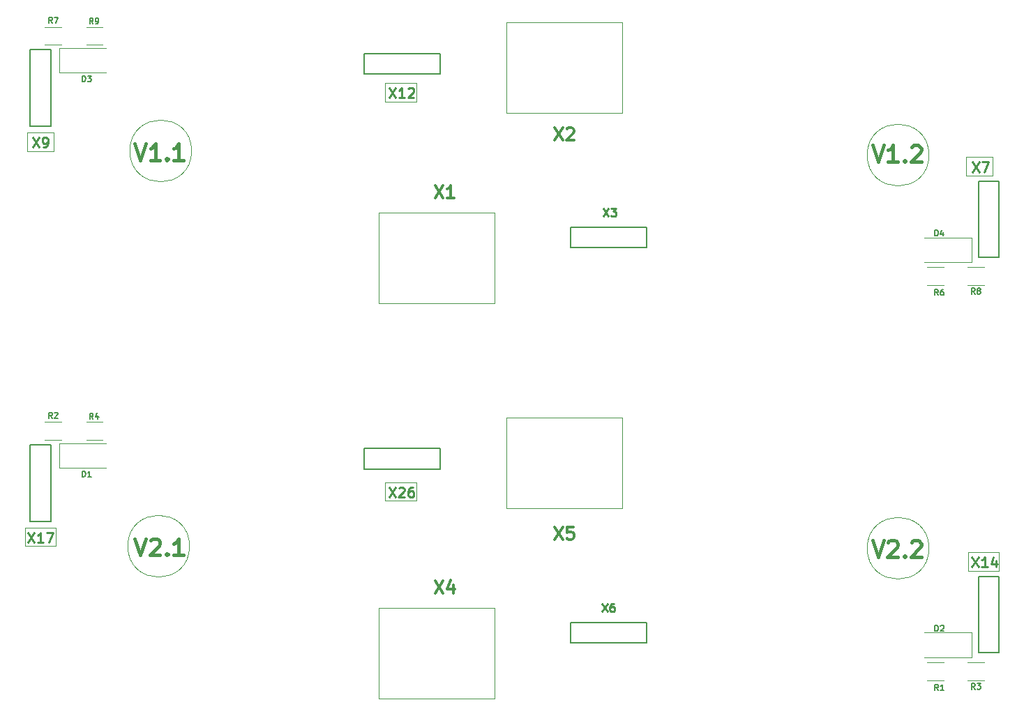
<source format=gbr>
G04 #@! TF.GenerationSoftware,KiCad,Pcbnew,(5.0.0)*
G04 #@! TF.CreationDate,2018-12-19T14:03:44+02:00*
G04 #@! TF.ProjectId,tp_x2_EKA,74705F78325F454B412E6B696361645F,3*
G04 #@! TF.SameCoordinates,Original*
G04 #@! TF.FileFunction,Legend,Top*
G04 #@! TF.FilePolarity,Positive*
%FSLAX46Y46*%
G04 Gerber Fmt 4.6, Leading zero omitted, Abs format (unit mm)*
G04 Created by KiCad (PCBNEW (5.0.0)) date 12/19/18 14:03:44*
%MOMM*%
%LPD*%
G01*
G04 APERTURE LIST*
%ADD10C,0.100000*%
%ADD11C,0.120000*%
%ADD12C,0.150000*%
%ADD13C,0.250000*%
%ADD14C,0.400000*%
%ADD15C,0.300000*%
G04 APERTURE END LIST*
D10*
X145000000Y-58250000D02*
X145000000Y-60500000D01*
X141250000Y-60500000D02*
X141250000Y-58250000D01*
X141250000Y-58250000D02*
X145000000Y-58250000D01*
X145000000Y-60500000D02*
X141250000Y-60500000D01*
X145000000Y-106750000D02*
X145000000Y-109000000D01*
X141250000Y-106750000D02*
X145000000Y-106750000D01*
X141250000Y-109000000D02*
X141250000Y-106750000D01*
X145000000Y-109000000D02*
X141250000Y-109000000D01*
X117500000Y-114500000D02*
G75*
G03X117500000Y-114500000I-3750000J0D01*
G01*
X207250000Y-114750000D02*
G75*
G03X207250000Y-114750000I-3750000J0D01*
G01*
X207250000Y-67000000D02*
G75*
G03X207250000Y-67000000I-3750000J0D01*
G01*
X117750000Y-66500000D02*
G75*
G03X117750000Y-66500000I-3750000J0D01*
G01*
X215750000Y-115250000D02*
X215750000Y-117500000D01*
X212000000Y-115250000D02*
X215750000Y-115250000D01*
X212000000Y-117500000D02*
X212000000Y-115250000D01*
X215750000Y-117500000D02*
X212000000Y-117500000D01*
X211750000Y-69500000D02*
X211750000Y-67250000D01*
X215000000Y-67250000D02*
X215000000Y-69500000D01*
X215000000Y-69500000D02*
X211750000Y-69500000D01*
X211750000Y-67250000D02*
X215000000Y-67250000D01*
X97500000Y-114500000D02*
X97500000Y-112250000D01*
X101250000Y-112250000D02*
X101250000Y-114500000D01*
X101250000Y-114500000D02*
X97500000Y-114500000D01*
X97500000Y-112250000D02*
X101250000Y-112250000D01*
X97750000Y-66500000D02*
X97750000Y-64250000D01*
X101000000Y-66500000D02*
X97750000Y-66500000D01*
X101000000Y-64250000D02*
X101000000Y-66500000D01*
X97750000Y-64250000D02*
X101000000Y-64250000D01*
D11*
G04 #@! TO.C,D2*
X212400000Y-125000000D02*
X206700000Y-125000000D01*
X212400000Y-128000000D02*
X212400000Y-125000000D01*
X206700000Y-128000000D02*
X212400000Y-128000000D01*
D12*
G04 #@! TO.C,X14*
X213250000Y-127400000D02*
X213250000Y-118150000D01*
X213250000Y-118150000D02*
X215750000Y-118150000D01*
X215750000Y-118150000D02*
X215750000Y-127400000D01*
X215750000Y-127400000D02*
X213250000Y-127400000D01*
G04 #@! TO.C,X26*
X138700000Y-105150000D02*
X138700000Y-102650000D01*
X147950000Y-105150000D02*
X138700000Y-105150000D01*
X147950000Y-102650000D02*
X147950000Y-105150000D01*
X138700000Y-102650000D02*
X147950000Y-102650000D01*
G04 #@! TO.C,X6*
X173000000Y-123750000D02*
X173000000Y-126250000D01*
X163750000Y-123750000D02*
X173000000Y-123750000D01*
X163750000Y-126250000D02*
X163750000Y-123750000D01*
X173000000Y-126250000D02*
X163750000Y-126250000D01*
G04 #@! TO.C,X17*
X100650000Y-111460000D02*
X98150000Y-111460000D01*
X100650000Y-102210000D02*
X100650000Y-111460000D01*
X98150000Y-102210000D02*
X100650000Y-102210000D01*
X98150000Y-111460000D02*
X98150000Y-102210000D01*
D11*
G04 #@! TO.C,R1*
X207050000Y-128630000D02*
X209050000Y-128630000D01*
X209050000Y-130770000D02*
X207050000Y-130770000D01*
D10*
G04 #@! TO.C,X5*
X156000000Y-109900000D02*
X156000000Y-98900000D01*
X170000000Y-109900000D02*
X156000000Y-109900000D01*
X170000000Y-98900000D02*
X170000000Y-109900000D01*
X156000000Y-98900000D02*
X170000000Y-98900000D01*
G04 #@! TO.C,X4*
X140500000Y-122000000D02*
X154500000Y-122000000D01*
X154500000Y-122000000D02*
X154500000Y-133000000D01*
X154500000Y-133000000D02*
X140500000Y-133000000D01*
X140500000Y-133000000D02*
X140500000Y-122000000D01*
D11*
G04 #@! TO.C,R4*
X104950000Y-99430000D02*
X106950000Y-99430000D01*
X106950000Y-101570000D02*
X104950000Y-101570000D01*
G04 #@! TO.C,D1*
X107400000Y-102000000D02*
X101700000Y-102000000D01*
X101700000Y-102000000D02*
X101700000Y-105000000D01*
X101700000Y-105000000D02*
X107400000Y-105000000D01*
G04 #@! TO.C,R2*
X101950000Y-101570000D02*
X99950000Y-101570000D01*
X99950000Y-99430000D02*
X101950000Y-99430000D01*
G04 #@! TO.C,R3*
X213950000Y-130770000D02*
X211950000Y-130770000D01*
X211950000Y-128630000D02*
X213950000Y-128630000D01*
D12*
G04 #@! TO.C,X3*
X173000000Y-78250000D02*
X163750000Y-78250000D01*
X163750000Y-78250000D02*
X163750000Y-75750000D01*
X163750000Y-75750000D02*
X173000000Y-75750000D01*
X173000000Y-75750000D02*
X173000000Y-78250000D01*
D11*
G04 #@! TO.C,D4*
X206700000Y-80000000D02*
X212400000Y-80000000D01*
X212400000Y-80000000D02*
X212400000Y-77000000D01*
X212400000Y-77000000D02*
X206700000Y-77000000D01*
D12*
G04 #@! TO.C,X7*
X215750000Y-79400000D02*
X213250000Y-79400000D01*
X215750000Y-70150000D02*
X215750000Y-79400000D01*
X213250000Y-70150000D02*
X215750000Y-70150000D01*
X213250000Y-79400000D02*
X213250000Y-70150000D01*
G04 #@! TO.C,X12*
X138700000Y-54650000D02*
X147950000Y-54650000D01*
X147950000Y-54650000D02*
X147950000Y-57150000D01*
X147950000Y-57150000D02*
X138700000Y-57150000D01*
X138700000Y-57150000D02*
X138700000Y-54650000D01*
D11*
G04 #@! TO.C,D3*
X101700000Y-57000000D02*
X107400000Y-57000000D01*
X101700000Y-54000000D02*
X101700000Y-57000000D01*
X107400000Y-54000000D02*
X101700000Y-54000000D01*
G04 #@! TO.C,R6*
X209050000Y-82770000D02*
X207050000Y-82770000D01*
X207050000Y-80630000D02*
X209050000Y-80630000D01*
G04 #@! TO.C,R8*
X211950000Y-80630000D02*
X213950000Y-80630000D01*
X213950000Y-82770000D02*
X211950000Y-82770000D01*
G04 #@! TO.C,R7*
X99950000Y-51430000D02*
X101950000Y-51430000D01*
X101950000Y-53570000D02*
X99950000Y-53570000D01*
G04 #@! TO.C,R9*
X106950000Y-53570000D02*
X104950000Y-53570000D01*
X104950000Y-51430000D02*
X106950000Y-51430000D01*
D12*
G04 #@! TO.C,X9*
X98150000Y-63460000D02*
X98150000Y-54210000D01*
X98150000Y-54210000D02*
X100650000Y-54210000D01*
X100650000Y-54210000D02*
X100650000Y-63460000D01*
X100650000Y-63460000D02*
X98150000Y-63460000D01*
D10*
G04 #@! TO.C,X1*
X140500000Y-85000000D02*
X140500000Y-74000000D01*
X154500000Y-85000000D02*
X140500000Y-85000000D01*
X154500000Y-74000000D02*
X154500000Y-85000000D01*
X140500000Y-74000000D02*
X154500000Y-74000000D01*
G04 #@! TO.C,X2*
X156000000Y-50900000D02*
X170000000Y-50900000D01*
X170000000Y-50900000D02*
X170000000Y-61900000D01*
X170000000Y-61900000D02*
X156000000Y-61900000D01*
X156000000Y-61900000D02*
X156000000Y-50900000D01*
G04 #@! TO.C,D2*
D12*
X207983333Y-124816666D02*
X207983333Y-124116666D01*
X208150000Y-124116666D01*
X208250000Y-124150000D01*
X208316666Y-124216666D01*
X208350000Y-124283333D01*
X208383333Y-124416666D01*
X208383333Y-124516666D01*
X208350000Y-124650000D01*
X208316666Y-124716666D01*
X208250000Y-124783333D01*
X208150000Y-124816666D01*
X207983333Y-124816666D01*
X208650000Y-124183333D02*
X208683333Y-124150000D01*
X208750000Y-124116666D01*
X208916666Y-124116666D01*
X208983333Y-124150000D01*
X209016666Y-124183333D01*
X209050000Y-124250000D01*
X209050000Y-124316666D01*
X209016666Y-124416666D01*
X208616666Y-124816666D01*
X209050000Y-124816666D01*
G04 #@! TO.C,X14*
D13*
X212457142Y-115842857D02*
X213257142Y-117042857D01*
X213257142Y-115842857D02*
X212457142Y-117042857D01*
X214342857Y-117042857D02*
X213657142Y-117042857D01*
X214000000Y-117042857D02*
X214000000Y-115842857D01*
X213885714Y-116014285D01*
X213771428Y-116128571D01*
X213657142Y-116185714D01*
X215371428Y-116242857D02*
X215371428Y-117042857D01*
X215085714Y-115785714D02*
X214800000Y-116642857D01*
X215542857Y-116642857D01*
G04 #@! TO.C,X26*
X141697142Y-107342857D02*
X142497142Y-108542857D01*
X142497142Y-107342857D02*
X141697142Y-108542857D01*
X142897142Y-107457142D02*
X142954285Y-107400000D01*
X143068571Y-107342857D01*
X143354285Y-107342857D01*
X143468571Y-107400000D01*
X143525714Y-107457142D01*
X143582857Y-107571428D01*
X143582857Y-107685714D01*
X143525714Y-107857142D01*
X142840000Y-108542857D01*
X143582857Y-108542857D01*
X144611428Y-107342857D02*
X144382857Y-107342857D01*
X144268571Y-107400000D01*
X144211428Y-107457142D01*
X144097142Y-107628571D01*
X144040000Y-107857142D01*
X144040000Y-108314285D01*
X144097142Y-108428571D01*
X144154285Y-108485714D01*
X144268571Y-108542857D01*
X144497142Y-108542857D01*
X144611428Y-108485714D01*
X144668571Y-108428571D01*
X144725714Y-108314285D01*
X144725714Y-108028571D01*
X144668571Y-107914285D01*
X144611428Y-107857142D01*
X144497142Y-107800000D01*
X144268571Y-107800000D01*
X144154285Y-107857142D01*
X144097142Y-107914285D01*
X144040000Y-108028571D01*
G04 #@! TO.C,V2.1*
D14*
X110852380Y-113604761D02*
X111519047Y-115604761D01*
X112185714Y-113604761D01*
X112757142Y-113795238D02*
X112852380Y-113700000D01*
X113042857Y-113604761D01*
X113519047Y-113604761D01*
X113709523Y-113700000D01*
X113804761Y-113795238D01*
X113900000Y-113985714D01*
X113900000Y-114176190D01*
X113804761Y-114461904D01*
X112661904Y-115604761D01*
X113900000Y-115604761D01*
X114757142Y-115414285D02*
X114852380Y-115509523D01*
X114757142Y-115604761D01*
X114661904Y-115509523D01*
X114757142Y-115414285D01*
X114757142Y-115604761D01*
X116757142Y-115604761D02*
X115614285Y-115604761D01*
X116185714Y-115604761D02*
X116185714Y-113604761D01*
X115995238Y-113890476D01*
X115804761Y-114080952D01*
X115614285Y-114176190D01*
G04 #@! TO.C,V2.2*
X200395360Y-113813508D02*
X201062027Y-115813508D01*
X201728694Y-113813508D01*
X202300122Y-114003985D02*
X202395360Y-113908747D01*
X202585837Y-113813508D01*
X203062027Y-113813508D01*
X203252503Y-113908747D01*
X203347741Y-114003985D01*
X203442980Y-114194461D01*
X203442980Y-114384937D01*
X203347741Y-114670651D01*
X202204884Y-115813508D01*
X203442980Y-115813508D01*
X204300122Y-115623032D02*
X204395360Y-115718270D01*
X204300122Y-115813508D01*
X204204884Y-115718270D01*
X204300122Y-115623032D01*
X204300122Y-115813508D01*
X205157265Y-114003985D02*
X205252503Y-113908747D01*
X205442980Y-113813508D01*
X205919170Y-113813508D01*
X206109646Y-113908747D01*
X206204884Y-114003985D01*
X206300122Y-114194461D01*
X206300122Y-114384937D01*
X206204884Y-114670651D01*
X205062027Y-115813508D01*
X206300122Y-115813508D01*
G04 #@! TO.C,X6*
D13*
X167530476Y-121452380D02*
X168197142Y-122452380D01*
X168197142Y-121452380D02*
X167530476Y-122452380D01*
X169006666Y-121452380D02*
X168816190Y-121452380D01*
X168720952Y-121500000D01*
X168673333Y-121547619D01*
X168578095Y-121690476D01*
X168530476Y-121880952D01*
X168530476Y-122261904D01*
X168578095Y-122357142D01*
X168625714Y-122404761D01*
X168720952Y-122452380D01*
X168911428Y-122452380D01*
X169006666Y-122404761D01*
X169054285Y-122357142D01*
X169101904Y-122261904D01*
X169101904Y-122023809D01*
X169054285Y-121928571D01*
X169006666Y-121880952D01*
X168911428Y-121833333D01*
X168720952Y-121833333D01*
X168625714Y-121880952D01*
X168578095Y-121928571D01*
X168530476Y-122023809D01*
G04 #@! TO.C,X17*
X97857142Y-112842857D02*
X98657142Y-114042857D01*
X98657142Y-112842857D02*
X97857142Y-114042857D01*
X99742857Y-114042857D02*
X99057142Y-114042857D01*
X99400000Y-114042857D02*
X99400000Y-112842857D01*
X99285714Y-113014285D01*
X99171428Y-113128571D01*
X99057142Y-113185714D01*
X100142857Y-112842857D02*
X100942857Y-112842857D01*
X100428571Y-114042857D01*
G04 #@! TO.C,R1*
D12*
X208383333Y-132016666D02*
X208150000Y-131683333D01*
X207983333Y-132016666D02*
X207983333Y-131316666D01*
X208250000Y-131316666D01*
X208316666Y-131350000D01*
X208350000Y-131383333D01*
X208383333Y-131450000D01*
X208383333Y-131550000D01*
X208350000Y-131616666D01*
X208316666Y-131650000D01*
X208250000Y-131683333D01*
X207983333Y-131683333D01*
X209050000Y-132016666D02*
X208650000Y-132016666D01*
X208850000Y-132016666D02*
X208850000Y-131316666D01*
X208783333Y-131416666D01*
X208716666Y-131483333D01*
X208650000Y-131516666D01*
G04 #@! TO.C,X5*
D15*
X161785714Y-112178571D02*
X162785714Y-113678571D01*
X162785714Y-112178571D02*
X161785714Y-113678571D01*
X164071428Y-112178571D02*
X163357142Y-112178571D01*
X163285714Y-112892857D01*
X163357142Y-112821428D01*
X163500000Y-112750000D01*
X163857142Y-112750000D01*
X164000000Y-112821428D01*
X164071428Y-112892857D01*
X164142857Y-113035714D01*
X164142857Y-113392857D01*
X164071428Y-113535714D01*
X164000000Y-113607142D01*
X163857142Y-113678571D01*
X163500000Y-113678571D01*
X163357142Y-113607142D01*
X163285714Y-113535714D01*
G04 #@! TO.C,X4*
X147285714Y-118678571D02*
X148285714Y-120178571D01*
X148285714Y-118678571D02*
X147285714Y-120178571D01*
X149500000Y-119178571D02*
X149500000Y-120178571D01*
X149142857Y-118607142D02*
X148785714Y-119678571D01*
X149714285Y-119678571D01*
G04 #@! TO.C,R4*
D12*
X105783333Y-99066666D02*
X105550000Y-98733333D01*
X105383333Y-99066666D02*
X105383333Y-98366666D01*
X105650000Y-98366666D01*
X105716666Y-98400000D01*
X105750000Y-98433333D01*
X105783333Y-98500000D01*
X105783333Y-98600000D01*
X105750000Y-98666666D01*
X105716666Y-98700000D01*
X105650000Y-98733333D01*
X105383333Y-98733333D01*
X106383333Y-98600000D02*
X106383333Y-99066666D01*
X106216666Y-98333333D02*
X106050000Y-98833333D01*
X106483333Y-98833333D01*
G04 #@! TO.C,D1*
X104483333Y-106066666D02*
X104483333Y-105366666D01*
X104650000Y-105366666D01*
X104750000Y-105400000D01*
X104816666Y-105466666D01*
X104850000Y-105533333D01*
X104883333Y-105666666D01*
X104883333Y-105766666D01*
X104850000Y-105900000D01*
X104816666Y-105966666D01*
X104750000Y-106033333D01*
X104650000Y-106066666D01*
X104483333Y-106066666D01*
X105550000Y-106066666D02*
X105150000Y-106066666D01*
X105350000Y-106066666D02*
X105350000Y-105366666D01*
X105283333Y-105466666D01*
X105216666Y-105533333D01*
X105150000Y-105566666D01*
G04 #@! TO.C,R2*
X100833333Y-98966666D02*
X100600000Y-98633333D01*
X100433333Y-98966666D02*
X100433333Y-98266666D01*
X100700000Y-98266666D01*
X100766666Y-98300000D01*
X100800000Y-98333333D01*
X100833333Y-98400000D01*
X100833333Y-98500000D01*
X100800000Y-98566666D01*
X100766666Y-98600000D01*
X100700000Y-98633333D01*
X100433333Y-98633333D01*
X101100000Y-98333333D02*
X101133333Y-98300000D01*
X101200000Y-98266666D01*
X101366666Y-98266666D01*
X101433333Y-98300000D01*
X101466666Y-98333333D01*
X101500000Y-98400000D01*
X101500000Y-98466666D01*
X101466666Y-98566666D01*
X101066666Y-98966666D01*
X101500000Y-98966666D01*
G04 #@! TO.C,R3*
X212833333Y-131866666D02*
X212600000Y-131533333D01*
X212433333Y-131866666D02*
X212433333Y-131166666D01*
X212700000Y-131166666D01*
X212766666Y-131200000D01*
X212800000Y-131233333D01*
X212833333Y-131300000D01*
X212833333Y-131400000D01*
X212800000Y-131466666D01*
X212766666Y-131500000D01*
X212700000Y-131533333D01*
X212433333Y-131533333D01*
X213066666Y-131166666D02*
X213500000Y-131166666D01*
X213266666Y-131433333D01*
X213366666Y-131433333D01*
X213433333Y-131466666D01*
X213466666Y-131500000D01*
X213500000Y-131566666D01*
X213500000Y-131733333D01*
X213466666Y-131800000D01*
X213433333Y-131833333D01*
X213366666Y-131866666D01*
X213166666Y-131866666D01*
X213100000Y-131833333D01*
X213066666Y-131800000D01*
G04 #@! TO.C,X3*
D13*
X167690476Y-73452380D02*
X168357142Y-74452380D01*
X168357142Y-73452380D02*
X167690476Y-74452380D01*
X168642857Y-73452380D02*
X169261904Y-73452380D01*
X168928571Y-73833333D01*
X169071428Y-73833333D01*
X169166666Y-73880952D01*
X169214285Y-73928571D01*
X169261904Y-74023809D01*
X169261904Y-74261904D01*
X169214285Y-74357142D01*
X169166666Y-74404761D01*
X169071428Y-74452380D01*
X168785714Y-74452380D01*
X168690476Y-74404761D01*
X168642857Y-74357142D01*
G04 #@! TO.C,V1.2*
D14*
X200395360Y-65813508D02*
X201062027Y-67813508D01*
X201728694Y-65813508D01*
X203442980Y-67813508D02*
X202300122Y-67813508D01*
X202871551Y-67813508D02*
X202871551Y-65813508D01*
X202681075Y-66099223D01*
X202490599Y-66289699D01*
X202300122Y-66384937D01*
X204300122Y-67623032D02*
X204395360Y-67718270D01*
X204300122Y-67813508D01*
X204204884Y-67718270D01*
X204300122Y-67623032D01*
X204300122Y-67813508D01*
X205157265Y-66003985D02*
X205252503Y-65908747D01*
X205442980Y-65813508D01*
X205919170Y-65813508D01*
X206109646Y-65908747D01*
X206204884Y-66003985D01*
X206300122Y-66194461D01*
X206300122Y-66384937D01*
X206204884Y-66670651D01*
X205062027Y-67813508D01*
X206300122Y-67813508D01*
G04 #@! TO.C,V1.1*
X110852380Y-65604761D02*
X111519047Y-67604761D01*
X112185714Y-65604761D01*
X113900000Y-67604761D02*
X112757142Y-67604761D01*
X113328571Y-67604761D02*
X113328571Y-65604761D01*
X113138095Y-65890476D01*
X112947619Y-66080952D01*
X112757142Y-66176190D01*
X114757142Y-67414285D02*
X114852380Y-67509523D01*
X114757142Y-67604761D01*
X114661904Y-67509523D01*
X114757142Y-67414285D01*
X114757142Y-67604761D01*
X116757142Y-67604761D02*
X115614285Y-67604761D01*
X116185714Y-67604761D02*
X116185714Y-65604761D01*
X115995238Y-65890476D01*
X115804761Y-66080952D01*
X115614285Y-66176190D01*
G04 #@! TO.C,D4*
D12*
X207983333Y-76816666D02*
X207983333Y-76116666D01*
X208150000Y-76116666D01*
X208250000Y-76150000D01*
X208316666Y-76216666D01*
X208350000Y-76283333D01*
X208383333Y-76416666D01*
X208383333Y-76516666D01*
X208350000Y-76650000D01*
X208316666Y-76716666D01*
X208250000Y-76783333D01*
X208150000Y-76816666D01*
X207983333Y-76816666D01*
X208983333Y-76350000D02*
X208983333Y-76816666D01*
X208816666Y-76083333D02*
X208650000Y-76583333D01*
X209083333Y-76583333D01*
G04 #@! TO.C,X7*
D13*
X212528571Y-67842857D02*
X213328571Y-69042857D01*
X213328571Y-67842857D02*
X212528571Y-69042857D01*
X213671428Y-67842857D02*
X214471428Y-67842857D01*
X213957142Y-69042857D01*
G04 #@! TO.C,X12*
X141697142Y-58842857D02*
X142497142Y-60042857D01*
X142497142Y-58842857D02*
X141697142Y-60042857D01*
X143582857Y-60042857D02*
X142897142Y-60042857D01*
X143240000Y-60042857D02*
X143240000Y-58842857D01*
X143125714Y-59014285D01*
X143011428Y-59128571D01*
X142897142Y-59185714D01*
X144040000Y-58957142D02*
X144097142Y-58900000D01*
X144211428Y-58842857D01*
X144497142Y-58842857D01*
X144611428Y-58900000D01*
X144668571Y-58957142D01*
X144725714Y-59071428D01*
X144725714Y-59185714D01*
X144668571Y-59357142D01*
X143982857Y-60042857D01*
X144725714Y-60042857D01*
G04 #@! TO.C,D3*
D12*
X104483333Y-58066666D02*
X104483333Y-57366666D01*
X104650000Y-57366666D01*
X104750000Y-57400000D01*
X104816666Y-57466666D01*
X104850000Y-57533333D01*
X104883333Y-57666666D01*
X104883333Y-57766666D01*
X104850000Y-57900000D01*
X104816666Y-57966666D01*
X104750000Y-58033333D01*
X104650000Y-58066666D01*
X104483333Y-58066666D01*
X105116666Y-57366666D02*
X105550000Y-57366666D01*
X105316666Y-57633333D01*
X105416666Y-57633333D01*
X105483333Y-57666666D01*
X105516666Y-57700000D01*
X105550000Y-57766666D01*
X105550000Y-57933333D01*
X105516666Y-58000000D01*
X105483333Y-58033333D01*
X105416666Y-58066666D01*
X105216666Y-58066666D01*
X105150000Y-58033333D01*
X105116666Y-58000000D01*
G04 #@! TO.C,R6*
X208383333Y-84016666D02*
X208150000Y-83683333D01*
X207983333Y-84016666D02*
X207983333Y-83316666D01*
X208250000Y-83316666D01*
X208316666Y-83350000D01*
X208350000Y-83383333D01*
X208383333Y-83450000D01*
X208383333Y-83550000D01*
X208350000Y-83616666D01*
X208316666Y-83650000D01*
X208250000Y-83683333D01*
X207983333Y-83683333D01*
X208983333Y-83316666D02*
X208850000Y-83316666D01*
X208783333Y-83350000D01*
X208750000Y-83383333D01*
X208683333Y-83483333D01*
X208650000Y-83616666D01*
X208650000Y-83883333D01*
X208683333Y-83950000D01*
X208716666Y-83983333D01*
X208783333Y-84016666D01*
X208916666Y-84016666D01*
X208983333Y-83983333D01*
X209016666Y-83950000D01*
X209050000Y-83883333D01*
X209050000Y-83716666D01*
X209016666Y-83650000D01*
X208983333Y-83616666D01*
X208916666Y-83583333D01*
X208783333Y-83583333D01*
X208716666Y-83616666D01*
X208683333Y-83650000D01*
X208650000Y-83716666D01*
G04 #@! TO.C,R8*
X212833333Y-83866666D02*
X212600000Y-83533333D01*
X212433333Y-83866666D02*
X212433333Y-83166666D01*
X212700000Y-83166666D01*
X212766666Y-83200000D01*
X212800000Y-83233333D01*
X212833333Y-83300000D01*
X212833333Y-83400000D01*
X212800000Y-83466666D01*
X212766666Y-83500000D01*
X212700000Y-83533333D01*
X212433333Y-83533333D01*
X213233333Y-83466666D02*
X213166666Y-83433333D01*
X213133333Y-83400000D01*
X213100000Y-83333333D01*
X213100000Y-83300000D01*
X213133333Y-83233333D01*
X213166666Y-83200000D01*
X213233333Y-83166666D01*
X213366666Y-83166666D01*
X213433333Y-83200000D01*
X213466666Y-83233333D01*
X213500000Y-83300000D01*
X213500000Y-83333333D01*
X213466666Y-83400000D01*
X213433333Y-83433333D01*
X213366666Y-83466666D01*
X213233333Y-83466666D01*
X213166666Y-83500000D01*
X213133333Y-83533333D01*
X213100000Y-83600000D01*
X213100000Y-83733333D01*
X213133333Y-83800000D01*
X213166666Y-83833333D01*
X213233333Y-83866666D01*
X213366666Y-83866666D01*
X213433333Y-83833333D01*
X213466666Y-83800000D01*
X213500000Y-83733333D01*
X213500000Y-83600000D01*
X213466666Y-83533333D01*
X213433333Y-83500000D01*
X213366666Y-83466666D01*
G04 #@! TO.C,R7*
X100833333Y-50966666D02*
X100600000Y-50633333D01*
X100433333Y-50966666D02*
X100433333Y-50266666D01*
X100700000Y-50266666D01*
X100766666Y-50300000D01*
X100800000Y-50333333D01*
X100833333Y-50400000D01*
X100833333Y-50500000D01*
X100800000Y-50566666D01*
X100766666Y-50600000D01*
X100700000Y-50633333D01*
X100433333Y-50633333D01*
X101066666Y-50266666D02*
X101533333Y-50266666D01*
X101233333Y-50966666D01*
G04 #@! TO.C,R9*
X105783333Y-51066666D02*
X105550000Y-50733333D01*
X105383333Y-51066666D02*
X105383333Y-50366666D01*
X105650000Y-50366666D01*
X105716666Y-50400000D01*
X105750000Y-50433333D01*
X105783333Y-50500000D01*
X105783333Y-50600000D01*
X105750000Y-50666666D01*
X105716666Y-50700000D01*
X105650000Y-50733333D01*
X105383333Y-50733333D01*
X106116666Y-51066666D02*
X106250000Y-51066666D01*
X106316666Y-51033333D01*
X106350000Y-51000000D01*
X106416666Y-50900000D01*
X106450000Y-50766666D01*
X106450000Y-50500000D01*
X106416666Y-50433333D01*
X106383333Y-50400000D01*
X106316666Y-50366666D01*
X106183333Y-50366666D01*
X106116666Y-50400000D01*
X106083333Y-50433333D01*
X106050000Y-50500000D01*
X106050000Y-50666666D01*
X106083333Y-50733333D01*
X106116666Y-50766666D01*
X106183333Y-50800000D01*
X106316666Y-50800000D01*
X106383333Y-50766666D01*
X106416666Y-50733333D01*
X106450000Y-50666666D01*
G04 #@! TO.C,X9*
D13*
X98428571Y-64842857D02*
X99228571Y-66042857D01*
X99228571Y-64842857D02*
X98428571Y-66042857D01*
X99742857Y-66042857D02*
X99971428Y-66042857D01*
X100085714Y-65985714D01*
X100142857Y-65928571D01*
X100257142Y-65757142D01*
X100314285Y-65528571D01*
X100314285Y-65071428D01*
X100257142Y-64957142D01*
X100200000Y-64900000D01*
X100085714Y-64842857D01*
X99857142Y-64842857D01*
X99742857Y-64900000D01*
X99685714Y-64957142D01*
X99628571Y-65071428D01*
X99628571Y-65357142D01*
X99685714Y-65471428D01*
X99742857Y-65528571D01*
X99857142Y-65585714D01*
X100085714Y-65585714D01*
X100200000Y-65528571D01*
X100257142Y-65471428D01*
X100314285Y-65357142D01*
G04 #@! TO.C,X1*
D15*
X147285714Y-70678571D02*
X148285714Y-72178571D01*
X148285714Y-70678571D02*
X147285714Y-72178571D01*
X149642857Y-72178571D02*
X148785714Y-72178571D01*
X149214285Y-72178571D02*
X149214285Y-70678571D01*
X149071428Y-70892857D01*
X148928571Y-71035714D01*
X148785714Y-71107142D01*
G04 #@! TO.C,X2*
X161785714Y-63678571D02*
X162785714Y-65178571D01*
X162785714Y-63678571D02*
X161785714Y-65178571D01*
X163285714Y-63821428D02*
X163357142Y-63750000D01*
X163500000Y-63678571D01*
X163857142Y-63678571D01*
X164000000Y-63750000D01*
X164071428Y-63821428D01*
X164142857Y-63964285D01*
X164142857Y-64107142D01*
X164071428Y-64321428D01*
X163214285Y-65178571D01*
X164142857Y-65178571D01*
G04 #@! TD*
M02*

</source>
